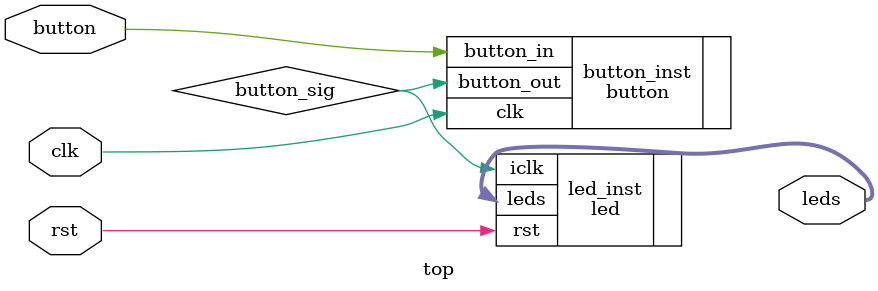
<source format=v>

module top (
	    input 	 clk,
	    input 	 rst,
	    input 	 button,
	    output [3:0] leds
	    );
	/////////////////////////////////////////////
	// parameter and signals
	/////////////////////////////////////////////
	// parameter

	// regs or wires
	wire 		 button_sig;
	/////////////////////////////////////////////
	// main code
	/////////////////////////////////////////////
	led led_inst(
    		     .iclk(button_sig),
    		     .rst(rst),
    		     .leds(leds)
    		     );

	button button_inst(
			   .clk(clk),
			   .button_in(button),
			   .button_out(button_sig)
			   );


	/////////////////////////////////////////////
	// code end
	/////////////////////////////////////////////
endmodule

</source>
